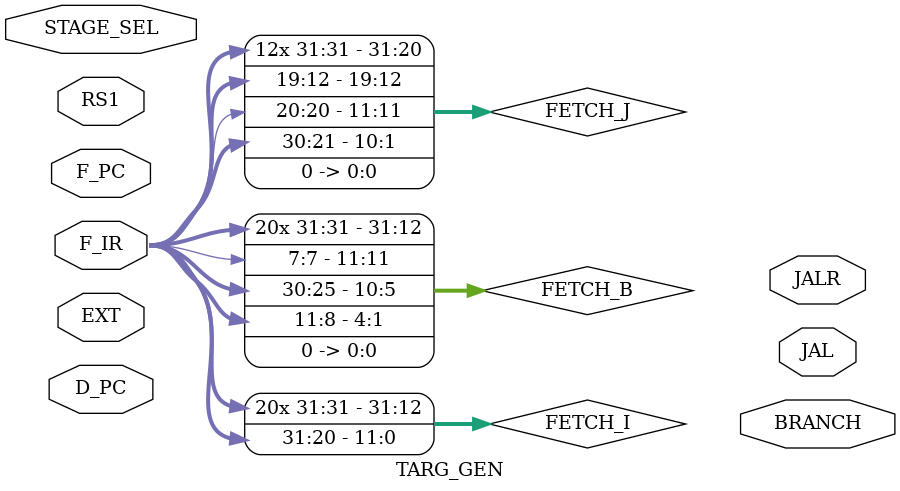
<source format=sv>
`timescale 1ns/1ps
`include "opcodes.svh"

module TARG_GEN (
    input [31:0] F_IR,
    input [31:0] F_PC,
    input [31:0] D_PC,
    input [31:0] RS1,
    input [31:0] EXT,
    input [1:0] STAGE_SEL,
    output logic [31:0] JAL,
    output logic [31:0] JALR,
    output logic [31:0] BRANCH
);

    // FETCH
    // Must be extended and added

    logic [31:0] FETCH_I;
    logic [31:0] FETCH_B;
    logic [31:0] FETCH_J;

    assign FETCH_I = {{21{F_IR[31]}}, F_IR[30:25], F_IR[24:20]};
    assign FETCH_B = {{20{F_IR[31]}}, F_IR[7], F_IR[30:25], F_IR[11:8], 1'b0};
    assign FETCH_J = {{12{F_IR[31]}}, F_IR[19:12], F_IR[20], F_IR[30:21], 1'b0};

 //   reference from EXTENDER
 //   assign I_TYPE = {{21{IR[24]}}, IR[23:18], IR[17:13]};
 //   assign B_TYPE = {{20{IR[24]}}, IR[0], IR[23:18], IR[4:1], 1'b0};
 //   assign J_TYPE = {{12{IR[24]}}, IR[12:5], IR[13], IR[23:14], 1'b0};
    
    logic [31:0] FETCH_JAL;
    logic [31:0] FETCH_JALR;
    logic [31:0] FETCH_BRANCH;
    
    assign FETCH_JAL = (F_PC + FETCH_J);
    assign FETCH_JALR = (RS1 + FETCH_I);
    assign FETCH_BRANCH = (F_PC + FETCH_B);

endmodule
</source>
